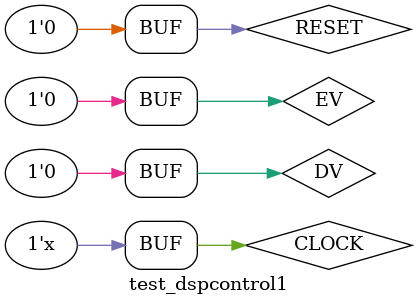
<source format=v>
`timescale 1ns / 1ps


module test_dspcontrol1;

	// Inputs
	reg RESET;
	reg CLOCK;
	reg DV;
	reg EV;

	// Outputs
	wire MODECP;
	wire MODE0;
	wire DVout;
	wire [1:0] state_out;

	// Instantiate the Unit Under Test (UUT)
	dspcontrol uut (
		.RESET(RESET), 
		.CLOCK(CLOCK), 
		.DV(DV), 
		.EV(EV), 
		.MODECP(MODECP), 
		.MODE0(MODE0), 
		.DVout(DVout), 
		.state_out(state_out)
	);

	initial begin
		// Initialize Inputs
		RESET = 0;
		CLOCK = 0;
		DV = 0;
		EV = 0;

		// Wait 100 ns for global reset to finish
		#100;
      RESET = 1;
		#40 RESET = 0;
		#20 DV = 1;
		#20 DV = 0;
		#20 DV = 1;
		#40 EV = 1;
		#20 DV = 0; EV = 0;
		// Add stimulus here

	end
      
	always begin
		#10 CLOCK = ~CLOCK;
	end
	
endmodule


</source>
